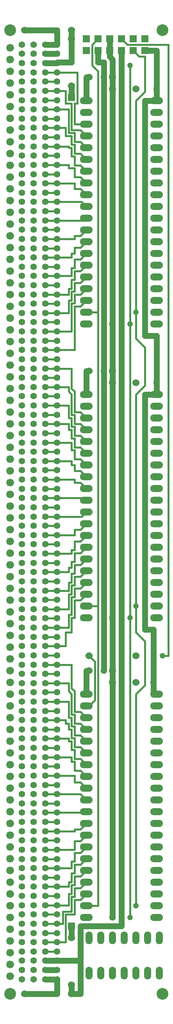
<source format=gbr>
G04 DesignSpark PCB Gerber Version 13.0 Build *
%FSLAX35Y35*%
%MOIN*%
%ADD19R,0.06000X0.06000*%
%ADD20O,0.06000X0.11000*%
%ADD14C,0.01500*%
%ADD15C,0.04800*%
%ADD12C,0.05000*%
%ADD71C,0.05512*%
%ADD13C,0.05600*%
%ADD70C,0.06000*%
%ADD18C,0.06614*%
%ADD16C,0.10000*%
%ADD17O,0.11000X0.06000*%
X0Y0D02*
D02*
D12*
X31721Y832750D02*
X59221D01*
Y820388D01*
X49221Y812514D02*
X59221D01*
X49221Y820388D02*
X59221D01*
Y25112D02*
Y12750D01*
X31721D01*
X59221Y25112D02*
X49221D01*
X59221Y32986D02*
X49221D01*
X59221Y40860D02*
X79221D01*
X59221D02*
X49221D01*
X59221Y804640D02*
X49221D01*
X71721Y12750D02*
X79221D01*
Y40860D01*
X71721Y20250D02*
Y12750D01*
Y70250D02*
Y60250D01*
Y785250D02*
Y775250D01*
Y825250D02*
Y805250D01*
X59831D01*
X59221Y804640D01*
X71721Y825250D02*
Y832750D01*
X79221Y40860D02*
Y70250D01*
X86721Y287750D02*
X84221D01*
Y267750D01*
X86721Y542750D02*
X84221D01*
Y522750D01*
X86721Y792750D02*
X84221D01*
Y772750D01*
X94221Y815250D02*
Y805250D01*
X99221D01*
Y792750D01*
Y542750D02*
Y287750D01*
Y792750D02*
Y542750D01*
X104221Y825250D02*
Y815250D01*
X106721Y277750D02*
Y77750D01*
Y287750D02*
Y277750D01*
Y332750D02*
Y287750D01*
Y532750D02*
Y332750D01*
Y542750D02*
Y532750D01*
Y582750D02*
Y542750D01*
Y782750D02*
Y582750D01*
Y792750D02*
Y782750D01*
Y792750D02*
Y807750D01*
X104221Y810250D01*
Y815250D01*
X114221D02*
Y70250D01*
X79221D01*
X134221Y815250D02*
X144221D01*
Y782750D01*
X141721Y277750D02*
Y270250D01*
X144221Y267750D01*
Y522750D02*
X134221D01*
Y322750D01*
X141721D01*
Y277750D01*
X144221Y532750D02*
Y522750D01*
Y772750D02*
X134221D01*
Y572750D01*
X144221D01*
Y532750D01*
Y782750D02*
Y772750D01*
D02*
D13*
X99221Y287750D03*
Y542750D03*
Y792750D03*
X106721Y77750D03*
Y332750D03*
Y582750D03*
X141721Y277750D03*
X144221Y532750D03*
Y782750D03*
D02*
D14*
X49221Y48734D02*
X59221D01*
X49221Y56608D02*
X59221D01*
X49221Y64482D02*
X59221D01*
X49221Y72356D02*
X59221D01*
X49221Y80230D02*
X59221D01*
X49221Y88104D02*
X59221D01*
X49221Y95978D02*
X59221D01*
X49221Y103852D02*
X59221D01*
X49221Y111726D02*
X59221D01*
X49221Y119600D02*
X59221D01*
X49221Y127474D02*
X59221D01*
X49221Y135348D02*
X59221D01*
X49221Y143222D02*
X59221D01*
X49221Y151096D02*
X59221D01*
X49221Y158970D02*
X59221D01*
X49221Y166844D02*
X59221D01*
X49221Y174719D02*
X59221D01*
X49221Y182593D02*
X59221D01*
X49221Y190467D02*
X59221D01*
X49221Y198341D02*
X59221D01*
X49221Y206215D02*
X59221D01*
X49221Y214089D02*
X59221D01*
X49221Y221963D02*
X59221D01*
X49221Y229837D02*
X59221D01*
X49221Y237711D02*
X59221D01*
X49221Y245585D02*
X59221D01*
X49221Y253459D02*
X59221D01*
X49221Y261333D02*
X59221D01*
X49221Y269207D02*
X59221D01*
X49221Y277081D02*
X59221D01*
X49221Y284955D02*
X59221D01*
X49221Y292829D02*
X59221D01*
X49221Y300703D02*
X59221D01*
X49221Y308577D02*
X59221D01*
X49221Y316451D02*
X59221D01*
X49221Y324325D02*
X59221D01*
X49221Y332199D02*
X59221D01*
X49221Y340073D02*
X59221D01*
X49221Y347947D02*
X59221D01*
X49221Y355821D02*
X59221D01*
X49221Y363695D02*
X59221D01*
X49221Y371569D02*
X59221D01*
X49221Y379443D02*
X59221D01*
X49221Y387317D02*
X59221D01*
X49221Y395191D02*
X59221D01*
X49221Y403065D02*
X59221D01*
X49221Y410939D02*
X59221D01*
X49221Y418813D02*
X59221D01*
X49221Y426687D02*
X59221D01*
X49221Y434561D02*
X59221D01*
X49221Y442435D02*
X59221D01*
X49221Y450309D02*
X59221D01*
X49221Y458183D02*
X59221D01*
X49221Y466057D02*
X59221D01*
X49221Y473931D02*
X59221D01*
X49221Y481805D02*
X59221D01*
X49221Y489679D02*
X59221D01*
X49221Y497553D02*
X59221D01*
X49221Y505427D02*
X59221D01*
X49221Y513301D02*
X59221D01*
X49221Y521175D02*
X59221D01*
X49221Y529049D02*
X59221D01*
X49221Y536923D02*
X59221D01*
X49221Y544797D02*
X59221D01*
X49221Y552671D02*
X59221D01*
X49221Y560545D02*
X59221D01*
X49221Y568419D02*
X59221D01*
X49221Y576293D02*
X59221D01*
X49221Y584167D02*
X59221D01*
X49221Y592041D02*
X59221D01*
X49221Y599915D02*
X59221D01*
X49221Y607789D02*
X59221D01*
X49221Y615663D02*
X59221D01*
X49221Y623537D02*
X59221D01*
X49221Y631411D02*
X59221D01*
X49221Y639285D02*
X59221D01*
X49221Y647159D02*
X59221D01*
X49221Y655033D02*
X59221D01*
X49221Y662907D02*
X59221D01*
X49221Y670781D02*
X59221D01*
X49221Y678656D02*
X59221D01*
X49221Y686530D02*
X59221D01*
X49221Y694404D02*
X59221D01*
X49221Y702278D02*
X59221D01*
X49221Y710152D02*
X59221D01*
X49221Y718026D02*
X59221D01*
X49221Y725900D02*
X59221D01*
X49221Y733774D02*
X59221D01*
X49221Y741648D02*
X59221D01*
X49221Y749522D02*
X59221D01*
X49221Y757396D02*
X59221D01*
X49221Y765270D02*
X59221D01*
X49221Y773144D02*
X59221D01*
X49221Y781018D02*
X59221D01*
X49221Y788892D02*
X59221D01*
X49221Y796766D02*
X59221D01*
Y88104D02*
X69221D01*
Y97750D01*
X71721D01*
X59221Y103852D02*
X66721D01*
X59221Y119600D02*
X66721D01*
X59221Y135348D02*
X74221D01*
Y142750D01*
X79221D01*
X84221Y147750D01*
X59221Y151096D02*
X74221D01*
Y152750D01*
X79221D01*
X84221Y157750D01*
X59221Y166844D02*
X83316D01*
X84221Y167750D01*
X59221Y182593D02*
X79379D01*
X84221Y177750D01*
X59221Y198341D02*
X74221D01*
Y192750D01*
X79221D01*
X84221Y187750D01*
X59221Y214089D02*
X71721D01*
Y210250D01*
X74221D01*
Y202750D01*
X79221D01*
X84221Y197750D01*
X59221Y229837D02*
X69221D01*
Y227750D01*
X71721D01*
Y220250D01*
X74221D01*
Y212750D01*
X79221D01*
X84221Y207750D01*
X59221Y245585D02*
X66721D01*
Y242750D01*
X69221D01*
Y237750D01*
X71721D01*
Y230250D01*
X74221D01*
Y222750D01*
X79221D01*
X84221Y217750D01*
X59221Y261333D02*
X69221D01*
Y247750D01*
X71721D01*
Y240250D01*
X74221D01*
Y232750D01*
X79221D01*
X59221Y277081D02*
X69221D01*
Y270250D01*
X71721Y267750D01*
Y250250D01*
X74221D01*
Y242750D01*
X79221D01*
X84221Y237750D01*
X59221Y292829D02*
X71721D01*
Y272750D01*
X74221Y270250D01*
Y252750D01*
X79221D01*
X84221Y247750D01*
X59221Y308577D02*
X66721D01*
Y320250D01*
X71721D01*
Y332750D01*
X74221D01*
Y347750D01*
X79221D01*
X84221Y352750D01*
X59221Y324325D02*
X69221D01*
Y335250D01*
X71721D01*
Y350250D01*
X74221D01*
Y357750D01*
X79221D01*
X84221Y362750D01*
X59221Y340073D02*
X69221D01*
Y352750D01*
X71721D01*
X59221Y387317D02*
X71721D01*
X59221Y403065D02*
X74221D01*
Y407750D01*
X79221D01*
X84221Y412750D01*
X59221Y418813D02*
X80284D01*
X84221Y422750D01*
X59221Y434561D02*
X74221D01*
X59221Y450309D02*
X74221D01*
Y447750D01*
X79221D01*
X84221Y442750D01*
X59221Y466057D02*
X71721D01*
Y462750D01*
X74221D01*
Y457750D01*
X79221D01*
X84221Y452750D01*
X59221Y481805D02*
X71721D01*
Y475250D01*
X74221D01*
Y467750D01*
X79221D01*
X84221Y462750D01*
X59221Y497553D02*
X69221D01*
Y492750D01*
X71721D01*
Y485250D01*
X74221D01*
Y477750D01*
X79221D01*
X84221Y472750D01*
X59221Y513301D02*
X69221D01*
Y502750D01*
X71721D01*
Y495250D01*
X74221D01*
Y487750D01*
X79221D01*
X84221Y482750D01*
X59221Y529049D02*
X69221D01*
Y525250D01*
X71721Y522750D01*
Y505250D01*
X74221D01*
Y497750D01*
X79221D01*
X84221Y492750D01*
X59221Y544797D02*
X71721D01*
Y527750D01*
X74221Y525250D01*
Y507750D01*
X79221D01*
X84221Y502750D01*
X59221Y560545D02*
X74221D01*
Y597750D01*
X79221D01*
X84221Y602750D01*
X59221Y576293D02*
X71721D01*
Y600250D01*
X74221D01*
Y607750D01*
X79221D01*
X84221Y612750D01*
X59221Y607789D02*
X69221D01*
Y612750D01*
X71721D01*
Y620250D01*
X74221D01*
Y627750D01*
X79221D01*
X84221Y632750D01*
X59221Y639285D02*
X66721D01*
X59221Y655033D02*
X74221D01*
Y657750D01*
X79221D01*
X84221Y662750D01*
X59221Y670781D02*
X82253D01*
X84221Y672750D01*
X59221Y686530D02*
X80442D01*
X84221Y682750D01*
X59221Y702278D02*
X74221D01*
Y697750D01*
X79221D01*
X84221Y692750D01*
X59221Y718026D02*
X69221D01*
Y715250D01*
X74221D01*
Y707750D01*
X79221D01*
X84221Y702750D01*
X59221Y733774D02*
X69221D01*
Y732750D01*
X71721D01*
X59221Y749522D02*
X66721D01*
Y742750D01*
X71721D01*
Y735250D01*
X74221D01*
Y727750D01*
X59221Y765270D02*
X69221D01*
Y745250D01*
X74221D01*
Y737750D01*
X79221D01*
X84221Y732750D01*
X59221Y796766D02*
X76721D01*
Y770250D01*
X74221D01*
X66721Y592041D02*
X59221D01*
X66721Y623537D02*
X59221D01*
X74221Y434561D02*
X82410D01*
X84221Y432750D01*
X74221Y727750D02*
X79221D01*
X84221Y722750D01*
X79221Y232750D02*
X84221Y227750D01*
Y87750D02*
X94221D01*
Y342750D01*
X84221Y97750D02*
X79221Y92750D01*
X74221D01*
Y80250D01*
X66721D01*
Y56608D01*
X59221D01*
X84221Y107750D02*
X79221Y102750D01*
X74221D01*
Y95250D01*
X71721D01*
Y82750D01*
X64221D01*
Y72356D01*
X59221D01*
X84221Y117750D02*
X79221Y112750D01*
X74221D01*
Y105250D01*
X71721D01*
Y97750D01*
X84221Y127750D02*
X79221Y122750D01*
X74221D01*
Y115250D01*
X71721D01*
Y107750D01*
X69221D01*
Y103852D01*
X66721D01*
X84221Y137750D02*
X79221Y132750D01*
X74221D01*
Y125250D01*
X71721D01*
Y119600D01*
X66721D01*
X84221Y257750D02*
X86721D01*
X91721Y262750D01*
Y295250D01*
X86721Y300250D01*
X84221Y372750D02*
X79221Y367750D01*
X74221D01*
Y360250D01*
X71721D01*
Y352750D01*
X84221Y382750D02*
X79221Y377750D01*
X74221D01*
Y370250D01*
X71721D01*
Y362750D01*
X69221D01*
Y355821D01*
X59221D01*
X84221Y392750D02*
X79221Y387750D01*
X74221D01*
Y380250D01*
X71721D01*
Y375250D01*
X69221D01*
Y371569D01*
X59221D01*
X84221Y402750D02*
X79221Y397750D01*
X74221D01*
Y390250D01*
X71721D01*
Y387317D01*
X84221Y622750D02*
X79221Y617750D01*
X74221D01*
Y610250D01*
X71721D01*
Y602750D01*
X69221D01*
Y592041D01*
X66721D01*
X84221Y642750D02*
X79221Y637750D01*
X74221D01*
Y630250D01*
X71721D01*
Y623537D01*
X66721D01*
X84221Y652750D02*
X79221Y647750D01*
X74221D01*
Y642750D01*
X71721D01*
Y639285D01*
X66721D01*
X84221Y712750D02*
X79221Y717750D01*
X74221D01*
Y725250D01*
X71721D01*
Y732750D01*
X84221Y742750D02*
X79221Y747750D01*
X71721D01*
Y770250D01*
X66721D01*
Y781018D01*
X59221D01*
X84221Y752750D02*
X74221D01*
Y770250D01*
X94221Y342750D02*
X84221D01*
X94221Y592750D02*
Y797750D01*
X89221Y802750D01*
Y820250D01*
X94221Y825250D01*
Y592750D02*
Y342750D01*
Y592750D02*
X84221D01*
X121721Y332750D02*
Y77750D01*
Y582750D02*
Y802750D01*
Y582750D02*
Y332750D01*
X124221Y815250D02*
X129221Y810250D01*
X134221D01*
Y780250D01*
X126721Y772750D01*
Y592750D01*
Y342750D02*
Y320250D01*
X134221Y312750D01*
Y275250D01*
X126721Y267750D01*
Y87750D01*
Y592750D02*
Y570250D01*
X134221Y562750D01*
Y530250D01*
X126721Y522750D01*
Y342750D01*
X149221Y300250D02*
X154221D01*
Y820250D01*
X119221D01*
X114221Y825250D01*
D02*
D15*
X121721Y77750D03*
Y332750D03*
Y582750D03*
Y802750D03*
X126721Y87750D03*
Y342750D03*
Y592750D03*
X149221Y300250D03*
D02*
D16*
X19221Y12750D03*
Y832750D03*
X149221Y12750D03*
Y832750D03*
D02*
D17*
X84221Y77750D03*
Y87750D03*
Y97750D03*
Y107750D03*
Y117750D03*
Y127750D03*
Y137750D03*
Y147750D03*
Y157750D03*
Y167750D03*
Y177750D03*
Y187750D03*
Y197750D03*
Y207750D03*
Y217750D03*
Y227750D03*
Y237750D03*
Y247750D03*
Y257750D03*
Y267750D03*
Y332750D03*
Y342750D03*
Y352750D03*
Y362750D03*
Y372750D03*
Y382750D03*
Y392750D03*
Y402750D03*
Y412750D03*
Y422750D03*
Y432750D03*
Y442750D03*
Y452750D03*
Y462750D03*
Y472750D03*
Y482750D03*
Y492750D03*
Y502750D03*
Y512750D03*
Y522750D03*
Y582750D03*
Y592750D03*
Y602750D03*
Y612750D03*
Y622750D03*
Y632750D03*
Y642750D03*
Y652750D03*
Y662750D03*
Y672750D03*
Y682750D03*
Y692750D03*
Y702750D03*
Y712750D03*
Y722750D03*
Y732750D03*
Y742750D03*
Y752750D03*
Y762750D03*
Y772750D03*
X144221Y77750D03*
Y87750D03*
Y97750D03*
Y107750D03*
Y117750D03*
Y127750D03*
Y137750D03*
Y147750D03*
Y157750D03*
Y167750D03*
Y177750D03*
Y187750D03*
Y197750D03*
Y207750D03*
Y217750D03*
Y227750D03*
Y237750D03*
Y247750D03*
Y257750D03*
Y267750D03*
Y332750D03*
Y342750D03*
Y352750D03*
Y362750D03*
Y372750D03*
Y382750D03*
Y392750D03*
Y402750D03*
Y412750D03*
Y422750D03*
Y432750D03*
Y442750D03*
Y452750D03*
Y462750D03*
Y472750D03*
Y482750D03*
Y492750D03*
Y502750D03*
Y512750D03*
Y522750D03*
Y582750D03*
Y592750D03*
Y602750D03*
Y612750D03*
Y622750D03*
Y632750D03*
Y642750D03*
Y652750D03*
Y662750D03*
Y672750D03*
Y682750D03*
Y692750D03*
Y702750D03*
Y712750D03*
Y722750D03*
Y732750D03*
Y742750D03*
Y752750D03*
Y762750D03*
Y772750D03*
D02*
D18*
X19221Y27750D03*
Y37750D03*
Y47750D03*
Y57750D03*
Y67750D03*
Y77750D03*
Y87750D03*
Y97750D03*
Y107750D03*
Y117750D03*
Y127750D03*
Y137750D03*
Y147750D03*
Y157750D03*
Y167750D03*
Y177750D03*
Y187750D03*
Y197750D03*
Y207750D03*
Y217750D03*
Y227750D03*
Y237750D03*
Y247750D03*
Y257750D03*
Y267750D03*
Y277750D03*
Y287750D03*
Y297750D03*
Y307750D03*
Y317750D03*
Y327750D03*
Y337750D03*
Y347750D03*
Y357750D03*
Y367750D03*
Y377750D03*
Y387750D03*
Y397750D03*
Y407750D03*
Y417750D03*
Y427750D03*
Y437750D03*
Y447750D03*
Y457750D03*
Y467750D03*
Y477750D03*
Y487750D03*
Y497750D03*
Y507750D03*
Y517750D03*
Y527750D03*
Y537750D03*
Y547750D03*
Y557750D03*
Y567750D03*
Y577750D03*
Y587750D03*
Y597750D03*
Y607750D03*
Y617750D03*
Y627750D03*
Y637750D03*
Y647750D03*
Y657750D03*
Y667750D03*
Y677750D03*
Y687750D03*
Y697750D03*
Y707750D03*
Y717750D03*
Y727750D03*
Y737750D03*
Y747750D03*
Y757750D03*
Y767750D03*
Y777750D03*
Y787750D03*
Y797750D03*
Y807750D03*
Y817750D03*
D02*
D19*
X71721Y70250D03*
Y775250D03*
X84221Y815250D03*
Y825250D03*
X94221Y815250D03*
Y825250D03*
X104221Y815250D03*
Y825250D03*
X114221Y815250D03*
Y825250D03*
X124221Y815250D03*
Y825250D03*
X134221Y815250D03*
Y825250D03*
D02*
D70*
X31721Y12750D03*
Y832750D03*
X71721Y12750D03*
Y20250D03*
Y60250D03*
Y785250D03*
Y825250D03*
Y832750D03*
X86721Y287750D03*
Y300250D03*
Y542750D03*
Y792750D03*
X106721Y277750D03*
Y287750D03*
Y532750D03*
Y542750D03*
Y782750D03*
Y792750D03*
X126721Y277750D03*
Y300250D03*
Y532750D03*
Y782750D03*
D02*
D71*
X29221Y25112D03*
Y32986D03*
Y40860D03*
Y48734D03*
Y56608D03*
Y64482D03*
Y72356D03*
Y80230D03*
Y88104D03*
Y95978D03*
Y103852D03*
Y111726D03*
Y119600D03*
Y127474D03*
Y135348D03*
Y143222D03*
Y151096D03*
Y158970D03*
Y166844D03*
Y174719D03*
Y182593D03*
Y190467D03*
Y198341D03*
Y206215D03*
Y214089D03*
Y221963D03*
Y229837D03*
Y237711D03*
Y245585D03*
Y253459D03*
Y261333D03*
Y269207D03*
Y277081D03*
Y284955D03*
Y292829D03*
Y300703D03*
Y308577D03*
Y316451D03*
Y324325D03*
Y332199D03*
Y340073D03*
Y347947D03*
Y355821D03*
Y363695D03*
Y371569D03*
Y379443D03*
Y387317D03*
Y395191D03*
Y403065D03*
Y410939D03*
Y418813D03*
Y426687D03*
Y434561D03*
Y442435D03*
Y450309D03*
Y458183D03*
Y466057D03*
Y473931D03*
Y481805D03*
Y489679D03*
Y497553D03*
Y505427D03*
Y513301D03*
Y521175D03*
Y529049D03*
Y536923D03*
Y544797D03*
Y552671D03*
Y560545D03*
Y568419D03*
Y576293D03*
Y584167D03*
Y592041D03*
Y599915D03*
Y607789D03*
Y615663D03*
Y623537D03*
Y631411D03*
Y639285D03*
Y647159D03*
Y655033D03*
Y662907D03*
Y670781D03*
Y678656D03*
Y686530D03*
Y694404D03*
Y702278D03*
Y710152D03*
Y718026D03*
Y725900D03*
Y733774D03*
Y741648D03*
Y749522D03*
Y757396D03*
Y765270D03*
Y773144D03*
Y781018D03*
Y788892D03*
Y796766D03*
Y804640D03*
Y812514D03*
Y820388D03*
X39221Y25112D03*
Y32986D03*
Y40860D03*
Y48734D03*
Y56608D03*
Y64482D03*
Y72356D03*
Y80230D03*
Y88104D03*
Y95978D03*
Y103852D03*
Y111726D03*
Y119600D03*
Y127474D03*
Y135348D03*
Y143222D03*
Y151096D03*
Y158970D03*
Y166844D03*
Y174719D03*
Y182593D03*
Y190467D03*
Y198341D03*
Y206215D03*
Y214089D03*
Y221963D03*
Y229837D03*
Y237711D03*
Y245585D03*
Y253459D03*
Y261333D03*
Y269207D03*
Y277081D03*
Y284955D03*
Y292829D03*
Y300703D03*
Y308577D03*
Y316451D03*
Y324325D03*
Y332199D03*
Y340073D03*
Y347947D03*
Y355821D03*
Y363695D03*
Y371569D03*
Y379443D03*
Y387317D03*
Y395191D03*
Y403065D03*
Y410939D03*
Y418813D03*
Y426687D03*
Y434561D03*
Y442435D03*
Y450309D03*
Y458183D03*
Y466057D03*
Y473931D03*
Y481805D03*
Y489679D03*
Y497553D03*
Y505427D03*
Y513301D03*
Y521175D03*
Y529049D03*
Y536923D03*
Y544797D03*
Y552671D03*
Y560545D03*
Y568419D03*
Y576293D03*
Y584167D03*
Y592041D03*
Y599915D03*
Y607789D03*
Y615663D03*
Y623537D03*
Y631411D03*
Y639285D03*
Y647159D03*
Y655033D03*
Y662907D03*
Y670781D03*
Y678656D03*
Y686530D03*
Y694404D03*
Y702278D03*
Y710152D03*
Y718026D03*
Y725900D03*
Y733774D03*
Y741648D03*
Y749522D03*
Y757396D03*
Y765270D03*
Y773144D03*
Y781018D03*
Y788892D03*
Y796766D03*
Y804640D03*
Y812514D03*
Y820388D03*
X49221Y25112D03*
Y32986D03*
Y40860D03*
Y48734D03*
Y56608D03*
Y64482D03*
Y72356D03*
Y80230D03*
Y88104D03*
Y95978D03*
Y103852D03*
Y111726D03*
Y119600D03*
Y127474D03*
Y135348D03*
Y143222D03*
Y151096D03*
Y158970D03*
Y166844D03*
Y174719D03*
Y182593D03*
Y190467D03*
Y198341D03*
Y206215D03*
Y214089D03*
Y221963D03*
Y229837D03*
Y237711D03*
Y245585D03*
Y253459D03*
Y261333D03*
Y269207D03*
Y277081D03*
Y284955D03*
Y292829D03*
Y300703D03*
Y308577D03*
Y316451D03*
Y324325D03*
Y332199D03*
Y340073D03*
Y347947D03*
Y355821D03*
Y363695D03*
Y371569D03*
Y379443D03*
Y387317D03*
Y395191D03*
Y403065D03*
Y410939D03*
Y418813D03*
Y426687D03*
Y434561D03*
Y442435D03*
Y450309D03*
Y458183D03*
Y466057D03*
Y473931D03*
Y481805D03*
Y489679D03*
Y497553D03*
Y505427D03*
Y513301D03*
Y521175D03*
Y529049D03*
Y536923D03*
Y544797D03*
Y552671D03*
Y560545D03*
Y568419D03*
Y576293D03*
Y584167D03*
Y592041D03*
Y599915D03*
Y607789D03*
Y615663D03*
Y623537D03*
Y631411D03*
Y639285D03*
Y647159D03*
Y655033D03*
Y662907D03*
Y670781D03*
Y678656D03*
Y686530D03*
Y694404D03*
Y702278D03*
Y710152D03*
Y718026D03*
Y725900D03*
Y733774D03*
Y741648D03*
Y749522D03*
Y757396D03*
Y765270D03*
Y773144D03*
Y781018D03*
Y788892D03*
Y796766D03*
Y804640D03*
Y812514D03*
Y820388D03*
X59221Y25112D03*
Y32986D03*
Y40860D03*
Y48734D03*
Y56608D03*
Y64482D03*
Y72356D03*
Y80230D03*
Y88104D03*
Y95978D03*
Y103852D03*
Y111726D03*
Y119600D03*
Y127474D03*
Y135348D03*
Y143222D03*
Y151096D03*
Y158970D03*
Y166844D03*
Y174719D03*
Y182593D03*
Y190467D03*
Y198341D03*
Y206215D03*
Y214089D03*
Y221963D03*
Y229837D03*
Y237711D03*
Y245585D03*
Y253459D03*
Y261333D03*
Y269207D03*
Y277081D03*
Y284955D03*
Y292829D03*
Y300703D03*
Y308577D03*
Y316451D03*
Y324325D03*
Y332199D03*
Y340073D03*
Y347947D03*
Y355821D03*
Y363695D03*
Y371569D03*
Y379443D03*
Y387317D03*
Y395191D03*
Y403065D03*
Y410939D03*
Y418813D03*
Y426687D03*
Y434561D03*
Y442435D03*
Y450309D03*
Y458183D03*
Y466057D03*
Y473931D03*
Y481805D03*
Y489679D03*
Y497553D03*
Y505427D03*
Y513301D03*
Y521175D03*
Y529049D03*
Y536923D03*
Y544797D03*
Y552671D03*
Y560545D03*
Y568419D03*
Y576293D03*
Y584167D03*
Y592041D03*
Y599915D03*
Y607789D03*
Y615663D03*
Y623537D03*
Y631411D03*
Y639285D03*
Y647159D03*
Y655033D03*
Y662907D03*
Y670781D03*
Y678656D03*
Y686530D03*
Y694404D03*
Y702278D03*
Y710152D03*
Y718026D03*
Y725900D03*
Y733774D03*
Y741648D03*
Y749522D03*
Y757396D03*
Y765270D03*
Y773144D03*
Y781018D03*
Y788892D03*
Y796766D03*
Y804640D03*
Y812514D03*
Y820388D03*
D02*
D20*
X86721Y30250D03*
Y60250D03*
X96721Y30250D03*
Y60250D03*
X106721Y30250D03*
Y60250D03*
X116721Y30250D03*
Y60250D03*
X126721Y30250D03*
Y60250D03*
X136721Y30250D03*
Y60250D03*
X146721Y30250D03*
Y60250D03*
X0Y0D02*
M02*

</source>
